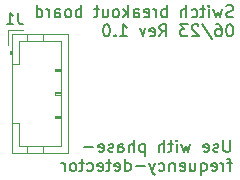
<source format=gbr>
%TF.GenerationSoftware,KiCad,Pcbnew,(6.0.7)*%
%TF.CreationDate,2023-06-23T09:46:04+02:00*%
%TF.ProjectId,switch_breakout,73776974-6368-45f6-9272-65616b6f7574,1.0*%
%TF.SameCoordinates,Original*%
%TF.FileFunction,Legend,Bot*%
%TF.FilePolarity,Positive*%
%FSLAX46Y46*%
G04 Gerber Fmt 4.6, Leading zero omitted, Abs format (unit mm)*
G04 Created by KiCad (PCBNEW (6.0.7)) date 2023-06-23 09:46:04*
%MOMM*%
%LPD*%
G01*
G04 APERTURE LIST*
%ADD10C,0.150000*%
%ADD11C,0.120000*%
G04 APERTURE END LIST*
D10*
X135712023Y-81299761D02*
X135569166Y-81347380D01*
X135331071Y-81347380D01*
X135235833Y-81299761D01*
X135188214Y-81252142D01*
X135140595Y-81156904D01*
X135140595Y-81061666D01*
X135188214Y-80966428D01*
X135235833Y-80918809D01*
X135331071Y-80871190D01*
X135521547Y-80823571D01*
X135616785Y-80775952D01*
X135664404Y-80728333D01*
X135712023Y-80633095D01*
X135712023Y-80537857D01*
X135664404Y-80442619D01*
X135616785Y-80395000D01*
X135521547Y-80347380D01*
X135283452Y-80347380D01*
X135140595Y-80395000D01*
X134807261Y-80680714D02*
X134616785Y-81347380D01*
X134426309Y-80871190D01*
X134235833Y-81347380D01*
X134045357Y-80680714D01*
X133664404Y-81347380D02*
X133664404Y-80680714D01*
X133664404Y-80347380D02*
X133712023Y-80395000D01*
X133664404Y-80442619D01*
X133616785Y-80395000D01*
X133664404Y-80347380D01*
X133664404Y-80442619D01*
X133331071Y-80680714D02*
X132950119Y-80680714D01*
X133188214Y-80347380D02*
X133188214Y-81204523D01*
X133140595Y-81299761D01*
X133045357Y-81347380D01*
X132950119Y-81347380D01*
X132188214Y-81299761D02*
X132283452Y-81347380D01*
X132473928Y-81347380D01*
X132569166Y-81299761D01*
X132616785Y-81252142D01*
X132664404Y-81156904D01*
X132664404Y-80871190D01*
X132616785Y-80775952D01*
X132569166Y-80728333D01*
X132473928Y-80680714D01*
X132283452Y-80680714D01*
X132188214Y-80728333D01*
X131759642Y-81347380D02*
X131759642Y-80347380D01*
X131331071Y-81347380D02*
X131331071Y-80823571D01*
X131378690Y-80728333D01*
X131473928Y-80680714D01*
X131616785Y-80680714D01*
X131712023Y-80728333D01*
X131759642Y-80775952D01*
X130092976Y-81347380D02*
X130092976Y-80347380D01*
X130092976Y-80728333D02*
X129997738Y-80680714D01*
X129807261Y-80680714D01*
X129712023Y-80728333D01*
X129664404Y-80775952D01*
X129616785Y-80871190D01*
X129616785Y-81156904D01*
X129664404Y-81252142D01*
X129712023Y-81299761D01*
X129807261Y-81347380D01*
X129997738Y-81347380D01*
X130092976Y-81299761D01*
X129188214Y-81347380D02*
X129188214Y-80680714D01*
X129188214Y-80871190D02*
X129140595Y-80775952D01*
X129092976Y-80728333D01*
X128997738Y-80680714D01*
X128902500Y-80680714D01*
X128188214Y-81299761D02*
X128283452Y-81347380D01*
X128473928Y-81347380D01*
X128569166Y-81299761D01*
X128616785Y-81204523D01*
X128616785Y-80823571D01*
X128569166Y-80728333D01*
X128473928Y-80680714D01*
X128283452Y-80680714D01*
X128188214Y-80728333D01*
X128140595Y-80823571D01*
X128140595Y-80918809D01*
X128616785Y-81014047D01*
X127283452Y-81347380D02*
X127283452Y-80823571D01*
X127331071Y-80728333D01*
X127426309Y-80680714D01*
X127616785Y-80680714D01*
X127712023Y-80728333D01*
X127283452Y-81299761D02*
X127378690Y-81347380D01*
X127616785Y-81347380D01*
X127712023Y-81299761D01*
X127759642Y-81204523D01*
X127759642Y-81109285D01*
X127712023Y-81014047D01*
X127616785Y-80966428D01*
X127378690Y-80966428D01*
X127283452Y-80918809D01*
X126807261Y-81347380D02*
X126807261Y-80347380D01*
X126712023Y-80966428D02*
X126426309Y-81347380D01*
X126426309Y-80680714D02*
X126807261Y-81061666D01*
X125854880Y-81347380D02*
X125950119Y-81299761D01*
X125997738Y-81252142D01*
X126045357Y-81156904D01*
X126045357Y-80871190D01*
X125997738Y-80775952D01*
X125950119Y-80728333D01*
X125854880Y-80680714D01*
X125712023Y-80680714D01*
X125616785Y-80728333D01*
X125569166Y-80775952D01*
X125521547Y-80871190D01*
X125521547Y-81156904D01*
X125569166Y-81252142D01*
X125616785Y-81299761D01*
X125712023Y-81347380D01*
X125854880Y-81347380D01*
X124664404Y-80680714D02*
X124664404Y-81347380D01*
X125092976Y-80680714D02*
X125092976Y-81204523D01*
X125045357Y-81299761D01*
X124950119Y-81347380D01*
X124807261Y-81347380D01*
X124712023Y-81299761D01*
X124664404Y-81252142D01*
X124331071Y-80680714D02*
X123950119Y-80680714D01*
X124188214Y-80347380D02*
X124188214Y-81204523D01*
X124140595Y-81299761D01*
X124045357Y-81347380D01*
X123950119Y-81347380D01*
X122854880Y-81347380D02*
X122854880Y-80347380D01*
X122854880Y-80728333D02*
X122759642Y-80680714D01*
X122569166Y-80680714D01*
X122473928Y-80728333D01*
X122426309Y-80775952D01*
X122378690Y-80871190D01*
X122378690Y-81156904D01*
X122426309Y-81252142D01*
X122473928Y-81299761D01*
X122569166Y-81347380D01*
X122759642Y-81347380D01*
X122854880Y-81299761D01*
X121807261Y-81347380D02*
X121902500Y-81299761D01*
X121950119Y-81252142D01*
X121997738Y-81156904D01*
X121997738Y-80871190D01*
X121950119Y-80775952D01*
X121902500Y-80728333D01*
X121807261Y-80680714D01*
X121664404Y-80680714D01*
X121569166Y-80728333D01*
X121521547Y-80775952D01*
X121473928Y-80871190D01*
X121473928Y-81156904D01*
X121521547Y-81252142D01*
X121569166Y-81299761D01*
X121664404Y-81347380D01*
X121807261Y-81347380D01*
X120616785Y-81347380D02*
X120616785Y-80823571D01*
X120664404Y-80728333D01*
X120759642Y-80680714D01*
X120950119Y-80680714D01*
X121045357Y-80728333D01*
X120616785Y-81299761D02*
X120712023Y-81347380D01*
X120950119Y-81347380D01*
X121045357Y-81299761D01*
X121092976Y-81204523D01*
X121092976Y-81109285D01*
X121045357Y-81014047D01*
X120950119Y-80966428D01*
X120712023Y-80966428D01*
X120616785Y-80918809D01*
X120140595Y-81347380D02*
X120140595Y-80680714D01*
X120140595Y-80871190D02*
X120092976Y-80775952D01*
X120045357Y-80728333D01*
X119950119Y-80680714D01*
X119854880Y-80680714D01*
X119092976Y-81347380D02*
X119092976Y-80347380D01*
X119092976Y-81299761D02*
X119188214Y-81347380D01*
X119378690Y-81347380D01*
X119473928Y-81299761D01*
X119521547Y-81252142D01*
X119569166Y-81156904D01*
X119569166Y-80871190D01*
X119521547Y-80775952D01*
X119473928Y-80728333D01*
X119378690Y-80680714D01*
X119188214Y-80680714D01*
X119092976Y-80728333D01*
X135473928Y-81957380D02*
X135378690Y-81957380D01*
X135283452Y-82005000D01*
X135235833Y-82052619D01*
X135188214Y-82147857D01*
X135140595Y-82338333D01*
X135140595Y-82576428D01*
X135188214Y-82766904D01*
X135235833Y-82862142D01*
X135283452Y-82909761D01*
X135378690Y-82957380D01*
X135473928Y-82957380D01*
X135569166Y-82909761D01*
X135616785Y-82862142D01*
X135664404Y-82766904D01*
X135712023Y-82576428D01*
X135712023Y-82338333D01*
X135664404Y-82147857D01*
X135616785Y-82052619D01*
X135569166Y-82005000D01*
X135473928Y-81957380D01*
X134283452Y-81957380D02*
X134473928Y-81957380D01*
X134569166Y-82005000D01*
X134616785Y-82052619D01*
X134712023Y-82195476D01*
X134759642Y-82385952D01*
X134759642Y-82766904D01*
X134712023Y-82862142D01*
X134664404Y-82909761D01*
X134569166Y-82957380D01*
X134378690Y-82957380D01*
X134283452Y-82909761D01*
X134235833Y-82862142D01*
X134188214Y-82766904D01*
X134188214Y-82528809D01*
X134235833Y-82433571D01*
X134283452Y-82385952D01*
X134378690Y-82338333D01*
X134569166Y-82338333D01*
X134664404Y-82385952D01*
X134712023Y-82433571D01*
X134759642Y-82528809D01*
X133045357Y-81909761D02*
X133902500Y-83195476D01*
X132759642Y-82052619D02*
X132712023Y-82005000D01*
X132616785Y-81957380D01*
X132378690Y-81957380D01*
X132283452Y-82005000D01*
X132235833Y-82052619D01*
X132188214Y-82147857D01*
X132188214Y-82243095D01*
X132235833Y-82385952D01*
X132807261Y-82957380D01*
X132188214Y-82957380D01*
X131854880Y-81957380D02*
X131235833Y-81957380D01*
X131569166Y-82338333D01*
X131426309Y-82338333D01*
X131331071Y-82385952D01*
X131283452Y-82433571D01*
X131235833Y-82528809D01*
X131235833Y-82766904D01*
X131283452Y-82862142D01*
X131331071Y-82909761D01*
X131426309Y-82957380D01*
X131712023Y-82957380D01*
X131807261Y-82909761D01*
X131854880Y-82862142D01*
X129473928Y-82957380D02*
X129807261Y-82481190D01*
X130045357Y-82957380D02*
X130045357Y-81957380D01*
X129664404Y-81957380D01*
X129569166Y-82005000D01*
X129521547Y-82052619D01*
X129473928Y-82147857D01*
X129473928Y-82290714D01*
X129521547Y-82385952D01*
X129569166Y-82433571D01*
X129664404Y-82481190D01*
X130045357Y-82481190D01*
X128664404Y-82909761D02*
X128759642Y-82957380D01*
X128950119Y-82957380D01*
X129045357Y-82909761D01*
X129092976Y-82814523D01*
X129092976Y-82433571D01*
X129045357Y-82338333D01*
X128950119Y-82290714D01*
X128759642Y-82290714D01*
X128664404Y-82338333D01*
X128616785Y-82433571D01*
X128616785Y-82528809D01*
X129092976Y-82624047D01*
X128283452Y-82290714D02*
X128045357Y-82957380D01*
X127807261Y-82290714D01*
X126140595Y-82957380D02*
X126712023Y-82957380D01*
X126426309Y-82957380D02*
X126426309Y-81957380D01*
X126521547Y-82100238D01*
X126616785Y-82195476D01*
X126712023Y-82243095D01*
X125712023Y-82862142D02*
X125664404Y-82909761D01*
X125712023Y-82957380D01*
X125759642Y-82909761D01*
X125712023Y-82862142D01*
X125712023Y-82957380D01*
X125045357Y-81957380D02*
X124950119Y-81957380D01*
X124854880Y-82005000D01*
X124807261Y-82052619D01*
X124759642Y-82147857D01*
X124712023Y-82338333D01*
X124712023Y-82576428D01*
X124759642Y-82766904D01*
X124807261Y-82862142D01*
X124854880Y-82909761D01*
X124950119Y-82957380D01*
X125045357Y-82957380D01*
X125140595Y-82909761D01*
X125188214Y-82862142D01*
X125235833Y-82766904D01*
X125283452Y-82576428D01*
X125283452Y-82338333D01*
X125235833Y-82147857D01*
X125188214Y-82052619D01*
X125140595Y-82005000D01*
X125045357Y-81957380D01*
X135464404Y-91747380D02*
X135464404Y-92556904D01*
X135416785Y-92652142D01*
X135369166Y-92699761D01*
X135273928Y-92747380D01*
X135083452Y-92747380D01*
X134988214Y-92699761D01*
X134940595Y-92652142D01*
X134892976Y-92556904D01*
X134892976Y-91747380D01*
X134464404Y-92699761D02*
X134369166Y-92747380D01*
X134178690Y-92747380D01*
X134083452Y-92699761D01*
X134035833Y-92604523D01*
X134035833Y-92556904D01*
X134083452Y-92461666D01*
X134178690Y-92414047D01*
X134321547Y-92414047D01*
X134416785Y-92366428D01*
X134464404Y-92271190D01*
X134464404Y-92223571D01*
X134416785Y-92128333D01*
X134321547Y-92080714D01*
X134178690Y-92080714D01*
X134083452Y-92128333D01*
X133226309Y-92699761D02*
X133321547Y-92747380D01*
X133512023Y-92747380D01*
X133607261Y-92699761D01*
X133654880Y-92604523D01*
X133654880Y-92223571D01*
X133607261Y-92128333D01*
X133512023Y-92080714D01*
X133321547Y-92080714D01*
X133226309Y-92128333D01*
X133178690Y-92223571D01*
X133178690Y-92318809D01*
X133654880Y-92414047D01*
X132083452Y-92080714D02*
X131892976Y-92747380D01*
X131702500Y-92271190D01*
X131512023Y-92747380D01*
X131321547Y-92080714D01*
X130940595Y-92747380D02*
X130940595Y-92080714D01*
X130940595Y-91747380D02*
X130988214Y-91795000D01*
X130940595Y-91842619D01*
X130892976Y-91795000D01*
X130940595Y-91747380D01*
X130940595Y-91842619D01*
X130607261Y-92080714D02*
X130226309Y-92080714D01*
X130464404Y-91747380D02*
X130464404Y-92604523D01*
X130416785Y-92699761D01*
X130321547Y-92747380D01*
X130226309Y-92747380D01*
X129892976Y-92747380D02*
X129892976Y-91747380D01*
X129464404Y-92747380D02*
X129464404Y-92223571D01*
X129512023Y-92128333D01*
X129607261Y-92080714D01*
X129750119Y-92080714D01*
X129845357Y-92128333D01*
X129892976Y-92175952D01*
X128226309Y-92080714D02*
X128226309Y-93080714D01*
X128226309Y-92128333D02*
X128131071Y-92080714D01*
X127940595Y-92080714D01*
X127845357Y-92128333D01*
X127797738Y-92175952D01*
X127750119Y-92271190D01*
X127750119Y-92556904D01*
X127797738Y-92652142D01*
X127845357Y-92699761D01*
X127940595Y-92747380D01*
X128131071Y-92747380D01*
X128226309Y-92699761D01*
X127321547Y-92747380D02*
X127321547Y-91747380D01*
X126892976Y-92747380D02*
X126892976Y-92223571D01*
X126940595Y-92128333D01*
X127035833Y-92080714D01*
X127178690Y-92080714D01*
X127273928Y-92128333D01*
X127321547Y-92175952D01*
X125988214Y-92747380D02*
X125988214Y-92223571D01*
X126035833Y-92128333D01*
X126131071Y-92080714D01*
X126321547Y-92080714D01*
X126416785Y-92128333D01*
X125988214Y-92699761D02*
X126083452Y-92747380D01*
X126321547Y-92747380D01*
X126416785Y-92699761D01*
X126464404Y-92604523D01*
X126464404Y-92509285D01*
X126416785Y-92414047D01*
X126321547Y-92366428D01*
X126083452Y-92366428D01*
X125988214Y-92318809D01*
X125559642Y-92699761D02*
X125464404Y-92747380D01*
X125273928Y-92747380D01*
X125178690Y-92699761D01*
X125131071Y-92604523D01*
X125131071Y-92556904D01*
X125178690Y-92461666D01*
X125273928Y-92414047D01*
X125416785Y-92414047D01*
X125512023Y-92366428D01*
X125559642Y-92271190D01*
X125559642Y-92223571D01*
X125512023Y-92128333D01*
X125416785Y-92080714D01*
X125273928Y-92080714D01*
X125178690Y-92128333D01*
X124321547Y-92699761D02*
X124416785Y-92747380D01*
X124607261Y-92747380D01*
X124702500Y-92699761D01*
X124750119Y-92604523D01*
X124750119Y-92223571D01*
X124702500Y-92128333D01*
X124607261Y-92080714D01*
X124416785Y-92080714D01*
X124321547Y-92128333D01*
X124273928Y-92223571D01*
X124273928Y-92318809D01*
X124750119Y-92414047D01*
X123845357Y-92366428D02*
X123083452Y-92366428D01*
X135607261Y-93690714D02*
X135226309Y-93690714D01*
X135464404Y-94357380D02*
X135464404Y-93500238D01*
X135416785Y-93405000D01*
X135321547Y-93357380D01*
X135226309Y-93357380D01*
X134892976Y-94357380D02*
X134892976Y-93690714D01*
X134892976Y-93881190D02*
X134845357Y-93785952D01*
X134797738Y-93738333D01*
X134702500Y-93690714D01*
X134607261Y-93690714D01*
X133892976Y-94309761D02*
X133988214Y-94357380D01*
X134178690Y-94357380D01*
X134273928Y-94309761D01*
X134321547Y-94214523D01*
X134321547Y-93833571D01*
X134273928Y-93738333D01*
X134178690Y-93690714D01*
X133988214Y-93690714D01*
X133892976Y-93738333D01*
X133845357Y-93833571D01*
X133845357Y-93928809D01*
X134321547Y-94024047D01*
X132988214Y-93690714D02*
X132988214Y-94690714D01*
X132988214Y-94309761D02*
X133083452Y-94357380D01*
X133273928Y-94357380D01*
X133369166Y-94309761D01*
X133416785Y-94262142D01*
X133464404Y-94166904D01*
X133464404Y-93881190D01*
X133416785Y-93785952D01*
X133369166Y-93738333D01*
X133273928Y-93690714D01*
X133083452Y-93690714D01*
X132988214Y-93738333D01*
X132083452Y-93690714D02*
X132083452Y-94357380D01*
X132512023Y-93690714D02*
X132512023Y-94214523D01*
X132464404Y-94309761D01*
X132369166Y-94357380D01*
X132226309Y-94357380D01*
X132131071Y-94309761D01*
X132083452Y-94262142D01*
X131226309Y-94309761D02*
X131321547Y-94357380D01*
X131512023Y-94357380D01*
X131607261Y-94309761D01*
X131654880Y-94214523D01*
X131654880Y-93833571D01*
X131607261Y-93738333D01*
X131512023Y-93690714D01*
X131321547Y-93690714D01*
X131226309Y-93738333D01*
X131178690Y-93833571D01*
X131178690Y-93928809D01*
X131654880Y-94024047D01*
X130750119Y-93690714D02*
X130750119Y-94357380D01*
X130750119Y-93785952D02*
X130702500Y-93738333D01*
X130607261Y-93690714D01*
X130464404Y-93690714D01*
X130369166Y-93738333D01*
X130321547Y-93833571D01*
X130321547Y-94357380D01*
X129416785Y-94309761D02*
X129512023Y-94357380D01*
X129702500Y-94357380D01*
X129797738Y-94309761D01*
X129845357Y-94262142D01*
X129892976Y-94166904D01*
X129892976Y-93881190D01*
X129845357Y-93785952D01*
X129797738Y-93738333D01*
X129702500Y-93690714D01*
X129512023Y-93690714D01*
X129416785Y-93738333D01*
X129083452Y-93690714D02*
X128845357Y-94357380D01*
X128607261Y-93690714D02*
X128845357Y-94357380D01*
X128940595Y-94595476D01*
X128988214Y-94643095D01*
X129083452Y-94690714D01*
X128226309Y-93976428D02*
X127464404Y-93976428D01*
X126559642Y-94357380D02*
X126559642Y-93357380D01*
X126559642Y-94309761D02*
X126654880Y-94357380D01*
X126845357Y-94357380D01*
X126940595Y-94309761D01*
X126988214Y-94262142D01*
X127035833Y-94166904D01*
X127035833Y-93881190D01*
X126988214Y-93785952D01*
X126940595Y-93738333D01*
X126845357Y-93690714D01*
X126654880Y-93690714D01*
X126559642Y-93738333D01*
X125702500Y-94309761D02*
X125797738Y-94357380D01*
X125988214Y-94357380D01*
X126083452Y-94309761D01*
X126131071Y-94214523D01*
X126131071Y-93833571D01*
X126083452Y-93738333D01*
X125988214Y-93690714D01*
X125797738Y-93690714D01*
X125702500Y-93738333D01*
X125654880Y-93833571D01*
X125654880Y-93928809D01*
X126131071Y-94024047D01*
X125369166Y-93690714D02*
X124988214Y-93690714D01*
X125226309Y-93357380D02*
X125226309Y-94214523D01*
X125178690Y-94309761D01*
X125083452Y-94357380D01*
X124988214Y-94357380D01*
X124273928Y-94309761D02*
X124369166Y-94357380D01*
X124559642Y-94357380D01*
X124654880Y-94309761D01*
X124702500Y-94214523D01*
X124702500Y-93833571D01*
X124654880Y-93738333D01*
X124559642Y-93690714D01*
X124369166Y-93690714D01*
X124273928Y-93738333D01*
X124226309Y-93833571D01*
X124226309Y-93928809D01*
X124702500Y-94024047D01*
X123369166Y-94309761D02*
X123464404Y-94357380D01*
X123654880Y-94357380D01*
X123750119Y-94309761D01*
X123797738Y-94262142D01*
X123845357Y-94166904D01*
X123845357Y-93881190D01*
X123797738Y-93785952D01*
X123750119Y-93738333D01*
X123654880Y-93690714D01*
X123464404Y-93690714D01*
X123369166Y-93738333D01*
X123083452Y-93690714D02*
X122702500Y-93690714D01*
X122940595Y-93357380D02*
X122940595Y-94214523D01*
X122892976Y-94309761D01*
X122797738Y-94357380D01*
X122702500Y-94357380D01*
X122226309Y-94357380D02*
X122321547Y-94309761D01*
X122369166Y-94262142D01*
X122416785Y-94166904D01*
X122416785Y-93881190D01*
X122369166Y-93785952D01*
X122321547Y-93738333D01*
X122226309Y-93690714D01*
X122083452Y-93690714D01*
X121988214Y-93738333D01*
X121940595Y-93785952D01*
X121892976Y-93881190D01*
X121892976Y-94166904D01*
X121940595Y-94262142D01*
X121988214Y-94309761D01*
X122083452Y-94357380D01*
X122226309Y-94357380D01*
X121464404Y-94357380D02*
X121464404Y-93690714D01*
X121464404Y-93881190D02*
X121416785Y-93785952D01*
X121369166Y-93738333D01*
X121273928Y-93690714D01*
X121178690Y-93690714D01*
%TO.C,J1*%
X117533333Y-80952380D02*
X117533333Y-81666666D01*
X117580952Y-81809523D01*
X117676190Y-81904761D01*
X117819047Y-81952380D01*
X117914285Y-81952380D01*
X116533333Y-81952380D02*
X117104761Y-81952380D01*
X116819047Y-81952380D02*
X116819047Y-80952380D01*
X116914285Y-81095238D01*
X117009523Y-81190476D01*
X117104761Y-81238095D01*
D11*
X118300000Y-92860000D02*
X118300000Y-92250000D01*
X116890000Y-84500000D02*
X116890000Y-84200000D01*
X120600000Y-89900000D02*
X121100000Y-89900000D01*
X116990000Y-84500000D02*
X116790000Y-84500000D01*
X120600000Y-89700000D02*
X120600000Y-89900000D01*
X117600000Y-85300000D02*
X117600000Y-83350000D01*
X117600000Y-83350000D02*
X121100000Y-83350000D01*
X117600000Y-92250000D02*
X117600000Y-90300000D01*
X116690000Y-82440000D02*
X117940000Y-82440000D01*
X116990000Y-82740000D02*
X121710000Y-82740000D01*
X121100000Y-83350000D02*
X121100000Y-92250000D01*
X121100000Y-87700000D02*
X120600000Y-87700000D01*
X121100000Y-87800000D02*
X120600000Y-87800000D01*
X121100000Y-85800000D02*
X120600000Y-85800000D01*
X116990000Y-92860000D02*
X116990000Y-82740000D01*
X120600000Y-87700000D02*
X120600000Y-87900000D01*
X121100000Y-85700000D02*
X120600000Y-85700000D01*
X117600000Y-90300000D02*
X116990000Y-90300000D01*
X121710000Y-82740000D02*
X121710000Y-92860000D01*
X118300000Y-82740000D02*
X118300000Y-83350000D01*
X121100000Y-92250000D02*
X117600000Y-92250000D01*
X120600000Y-85900000D02*
X121100000Y-85900000D01*
X116790000Y-84200000D02*
X116990000Y-84200000D01*
X121710000Y-92860000D02*
X116990000Y-92860000D01*
X121100000Y-89700000D02*
X120600000Y-89700000D01*
X119600000Y-82740000D02*
X119600000Y-83350000D01*
X116990000Y-85300000D02*
X117600000Y-85300000D01*
X119600000Y-92860000D02*
X119600000Y-92250000D01*
X116790000Y-84500000D02*
X116790000Y-84200000D01*
X120600000Y-87900000D02*
X121100000Y-87900000D01*
X120600000Y-85700000D02*
X120600000Y-85900000D01*
X116690000Y-83690000D02*
X116690000Y-82440000D01*
X121100000Y-89800000D02*
X120600000Y-89800000D01*
%TD*%
M02*

</source>
